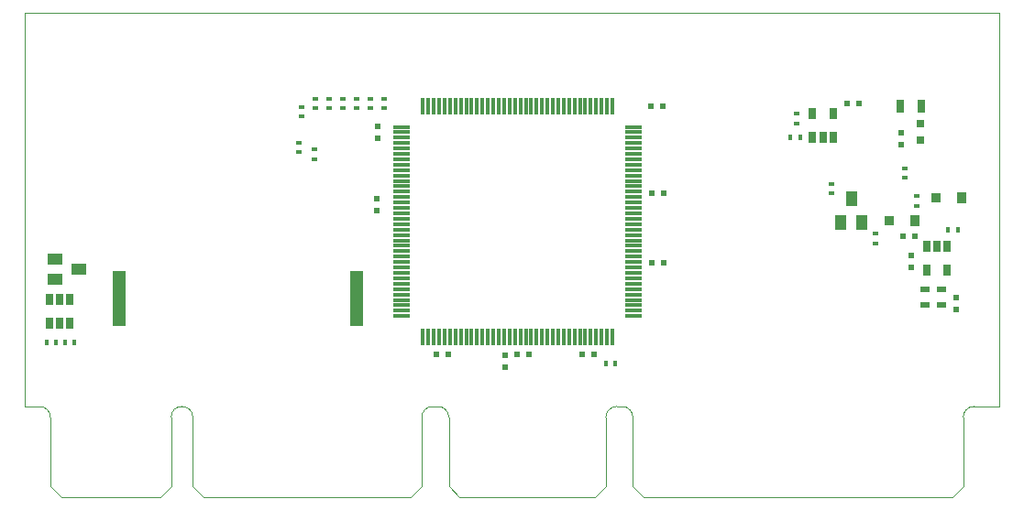
<source format=gbr>
G04 #@! TF.FileFunction,Paste,Bot*
%FSLAX46Y46*%
G04 Gerber Fmt 4.6, Leading zero omitted, Abs format (unit mm)*
G04 Created by KiCad (PCBNEW 4.0.7) date 09/09/17 19:34:41*
%MOMM*%
%LPD*%
G01*
G04 APERTURE LIST*
%ADD10C,0.100000*%
%ADD11R,0.600000X0.400000*%
%ADD12R,0.400000X0.600000*%
%ADD13R,0.600000X0.500000*%
%ADD14R,0.650000X1.060000*%
%ADD15R,0.750000X0.800000*%
%ADD16R,0.500000X0.600000*%
%ADD17R,0.700000X1.300000*%
%ADD18R,1.000000X1.400000*%
%ADD19R,0.900000X0.900000*%
%ADD20R,0.900000X1.100000*%
%ADD21R,0.900000X0.500000*%
%ADD22R,0.300000X1.550000*%
%ADD23R,1.550000X0.300000*%
%ADD24R,1.270000X5.080000*%
%ADD25R,1.400000X1.000000*%
G04 APERTURE END LIST*
D10*
X86767232Y-135759051D02*
X86767232Y-135359051D01*
X97917232Y-135359051D02*
X97917232Y-135759051D01*
X96917232Y-136759051D02*
X87767232Y-136759051D01*
X96917232Y-136759051D02*
X97917232Y-135759051D01*
X86767232Y-135759051D02*
X87767232Y-136759051D01*
X140567232Y-135759051D02*
X140567232Y-135359051D01*
X140567232Y-135759051D02*
X141567232Y-136759051D01*
X170067232Y-136759051D02*
X141567232Y-136759051D01*
X170067232Y-136759051D02*
X171067232Y-135759051D01*
X171067232Y-135359051D02*
X171067232Y-135759051D01*
X174417232Y-91959051D02*
X174417232Y-128359051D01*
X84417232Y-128359051D02*
X84417232Y-91959051D01*
X84417232Y-91959051D02*
X174417232Y-91959051D01*
X121067232Y-129359051D02*
X121067232Y-135359051D01*
X121067232Y-129359051D02*
G75*
G02X122067232Y-128359051I1000000J0D01*
G01*
X122567232Y-128359051D02*
X122067232Y-128359051D01*
X122567232Y-128359051D02*
G75*
G02X123567232Y-129359051I0J-1000000D01*
G01*
X123567232Y-135359051D02*
X123567232Y-129359051D01*
X138067232Y-129359051D02*
X138067232Y-135359051D01*
X138067232Y-129359051D02*
G75*
G02X139067232Y-128359051I1000000J0D01*
G01*
X139567232Y-128359051D02*
X139067232Y-128359051D01*
X139567232Y-128359051D02*
G75*
G02X140567232Y-129359051I0J-1000000D01*
G01*
X140567232Y-135359051D02*
X140567232Y-129359051D01*
X171067232Y-129359051D02*
X171067232Y-135359051D01*
X171067232Y-129359051D02*
G75*
G02X172067232Y-128359051I1000000J0D01*
G01*
X172067232Y-128359051D02*
X174417232Y-128359051D01*
X85767232Y-128359051D02*
X84417232Y-128359051D01*
X85767232Y-128359051D02*
G75*
G02X86767232Y-129359051I0J-1000000D01*
G01*
X86767232Y-135359051D02*
X86767232Y-129359051D01*
X97917232Y-129359051D02*
X97917232Y-135359051D01*
X97917232Y-129359051D02*
G75*
G02X99917232Y-129359051I1000000J0D01*
G01*
X99917232Y-135359051D02*
X99917232Y-129359051D01*
X137067232Y-136759051D02*
X124567232Y-136759051D01*
X137067232Y-136759051D02*
X138067232Y-135759051D01*
X138067232Y-135359051D02*
X138067232Y-135759051D01*
X123567232Y-135759051D02*
X123567232Y-135359051D01*
X123567232Y-135759051D02*
X124567232Y-136759051D01*
X120067232Y-136759051D02*
X100917232Y-136759051D01*
X120067232Y-136759051D02*
X121067232Y-135759051D01*
X121067232Y-135359051D02*
X121067232Y-135759051D01*
X99917232Y-135759051D02*
X99917232Y-135359051D01*
X99917232Y-135759051D02*
X100917232Y-136759051D01*
D11*
X111252000Y-99880000D03*
X111252000Y-100780000D03*
D12*
X170579200Y-111988600D03*
X169679200Y-111988600D03*
D13*
X160359000Y-100330000D03*
X161459000Y-100330000D03*
D11*
X111125000Y-104579000D03*
X111125000Y-105479000D03*
X155702000Y-102177000D03*
X155702000Y-101277000D03*
D14*
X167706000Y-113581000D03*
X168656000Y-113581000D03*
X169606000Y-113581000D03*
X169606000Y-115781000D03*
X167706000Y-115781000D03*
D13*
X142248800Y-100609400D03*
X143348800Y-100609400D03*
D15*
X167106600Y-102221600D03*
X167106600Y-103721600D03*
D16*
X170434000Y-118322000D03*
X170434000Y-119422000D03*
D13*
X130979000Y-123571000D03*
X129879000Y-123571000D03*
X143399600Y-115112800D03*
X142299600Y-115112800D03*
X166640600Y-112598200D03*
X165540600Y-112598200D03*
D17*
X167193000Y-100584000D03*
X165293000Y-100584000D03*
D11*
X165684200Y-106331600D03*
X165684200Y-107231600D03*
X166776400Y-109822400D03*
X166776400Y-108922400D03*
X162941000Y-113276800D03*
X162941000Y-112376800D03*
X109728000Y-103944000D03*
X109728000Y-104844000D03*
X109982000Y-100642000D03*
X109982000Y-101542000D03*
X112522000Y-99880000D03*
X112522000Y-100780000D03*
X113792000Y-99880000D03*
X113792000Y-100780000D03*
X115062000Y-99880000D03*
X115062000Y-100780000D03*
D14*
X159065000Y-103462000D03*
X158115000Y-103462000D03*
X157165000Y-103462000D03*
X157165000Y-101262000D03*
X159065000Y-101262000D03*
D16*
X165354000Y-104182000D03*
X165354000Y-103082000D03*
D11*
X116332000Y-99880000D03*
X116332000Y-100780000D03*
D12*
X155125000Y-103505000D03*
X156025000Y-103505000D03*
D11*
X117602000Y-99880000D03*
X117602000Y-100780000D03*
X158877000Y-107754000D03*
X158877000Y-108654000D03*
D16*
X128752600Y-123605200D03*
X128752600Y-124705200D03*
D18*
X161681200Y-111386800D03*
X159781200Y-111386800D03*
X160731200Y-109186800D03*
D19*
X168535500Y-109029500D03*
D20*
X170935500Y-109029500D03*
D21*
X167513000Y-118987000D03*
X167513000Y-117487000D03*
X169037000Y-117487000D03*
X169037000Y-118987000D03*
D19*
X164217500Y-111188500D03*
D20*
X166617500Y-111188500D03*
D13*
X123486000Y-123571000D03*
X122386000Y-123571000D03*
X136948000Y-123571000D03*
X135848000Y-123571000D03*
X143425000Y-108610400D03*
X142325000Y-108610400D03*
D16*
X166243000Y-115459600D03*
X166243000Y-114359600D03*
D12*
X138956200Y-124383800D03*
X138056200Y-124383800D03*
D22*
X138671000Y-121952000D03*
X138171000Y-121952000D03*
X137671000Y-121952000D03*
X137171000Y-121952000D03*
X136671000Y-121952000D03*
X136171000Y-121952000D03*
X135671000Y-121952000D03*
X135171000Y-121952000D03*
X134671000Y-121952000D03*
X134171000Y-121952000D03*
X133671000Y-121952000D03*
X133171000Y-121952000D03*
X132671000Y-121952000D03*
X132171000Y-121952000D03*
X131671000Y-121952000D03*
X131171000Y-121952000D03*
X130671000Y-121952000D03*
X130171000Y-121952000D03*
X129671000Y-121952000D03*
X129171000Y-121952000D03*
X128671000Y-121952000D03*
X128171000Y-121952000D03*
X127671000Y-121952000D03*
X127171000Y-121952000D03*
X126671000Y-121952000D03*
X126171000Y-121952000D03*
X125671000Y-121952000D03*
X125171000Y-121952000D03*
X124671000Y-121952000D03*
X124171000Y-121952000D03*
X123671000Y-121952000D03*
X123171000Y-121952000D03*
X122671000Y-121952000D03*
X122171000Y-121952000D03*
X121671000Y-121952000D03*
X121171000Y-121952000D03*
D23*
X119221000Y-120002000D03*
X119221000Y-119502000D03*
X119221000Y-119002000D03*
X119221000Y-118502000D03*
X119221000Y-118002000D03*
X119221000Y-117502000D03*
X119221000Y-117002000D03*
X119221000Y-116502000D03*
X119221000Y-116002000D03*
X119221000Y-115502000D03*
X119221000Y-115002000D03*
X119221000Y-114502000D03*
X119221000Y-114002000D03*
X119221000Y-113502000D03*
X119221000Y-113002000D03*
X119221000Y-112502000D03*
X119221000Y-112002000D03*
X119221000Y-111502000D03*
X119221000Y-111002000D03*
X119221000Y-110502000D03*
X119221000Y-110002000D03*
X119221000Y-109502000D03*
X119221000Y-109002000D03*
X119221000Y-108502000D03*
X119221000Y-108002000D03*
X119221000Y-107502000D03*
X119221000Y-107002000D03*
X119221000Y-106502000D03*
X119221000Y-106002000D03*
X119221000Y-105502000D03*
X119221000Y-105002000D03*
X119221000Y-104502000D03*
X119221000Y-104002000D03*
X119221000Y-103502000D03*
X119221000Y-103002000D03*
X119221000Y-102502000D03*
D22*
X121171000Y-100552000D03*
X121671000Y-100552000D03*
X122171000Y-100552000D03*
X122671000Y-100552000D03*
X123171000Y-100552000D03*
X123671000Y-100552000D03*
X124171000Y-100552000D03*
X124671000Y-100552000D03*
X125171000Y-100552000D03*
X125671000Y-100552000D03*
X126171000Y-100552000D03*
X126671000Y-100552000D03*
X127171000Y-100552000D03*
X127671000Y-100552000D03*
X128171000Y-100552000D03*
X128671000Y-100552000D03*
X129171000Y-100552000D03*
X129671000Y-100552000D03*
X130171000Y-100552000D03*
X130671000Y-100552000D03*
X131171000Y-100552000D03*
X131671000Y-100552000D03*
X132171000Y-100552000D03*
X132671000Y-100552000D03*
X133171000Y-100552000D03*
X133671000Y-100552000D03*
X134171000Y-100552000D03*
X134671000Y-100552000D03*
X135171000Y-100552000D03*
X135671000Y-100552000D03*
X136171000Y-100552000D03*
X136671000Y-100552000D03*
X137171000Y-100552000D03*
X137671000Y-100552000D03*
X138171000Y-100552000D03*
X138671000Y-100552000D03*
D23*
X140621000Y-102502000D03*
X140621000Y-103002000D03*
X140621000Y-103502000D03*
X140621000Y-104002000D03*
X140621000Y-104502000D03*
X140621000Y-105002000D03*
X140621000Y-105502000D03*
X140621000Y-106002000D03*
X140621000Y-106502000D03*
X140621000Y-107002000D03*
X140621000Y-107502000D03*
X140621000Y-108002000D03*
X140621000Y-108502000D03*
X140621000Y-109002000D03*
X140621000Y-109502000D03*
X140621000Y-110002000D03*
X140621000Y-110502000D03*
X140621000Y-111002000D03*
X140621000Y-111502000D03*
X140621000Y-112002000D03*
X140621000Y-112502000D03*
X140621000Y-113002000D03*
X140621000Y-113502000D03*
X140621000Y-114002000D03*
X140621000Y-114502000D03*
X140621000Y-115002000D03*
X140621000Y-115502000D03*
X140621000Y-116002000D03*
X140621000Y-116502000D03*
X140621000Y-117002000D03*
X140621000Y-117502000D03*
X140621000Y-118002000D03*
X140621000Y-118502000D03*
X140621000Y-119002000D03*
X140621000Y-119502000D03*
X140621000Y-120002000D03*
D24*
X115086900Y-118414800D03*
X93116900Y-118414800D03*
D16*
X116890800Y-110252600D03*
X116890800Y-109152600D03*
X116967000Y-103547000D03*
X116967000Y-102447000D03*
D25*
X87200000Y-116600000D03*
X87200000Y-114700000D03*
X89400000Y-115650000D03*
D12*
X86410000Y-122470000D03*
X87310000Y-122470000D03*
X89000000Y-122470000D03*
X88100000Y-122470000D03*
D14*
X88570000Y-120680000D03*
X87620000Y-120680000D03*
X86670000Y-120680000D03*
X86670000Y-118480000D03*
X88570000Y-118480000D03*
X87620000Y-118480000D03*
M02*

</source>
